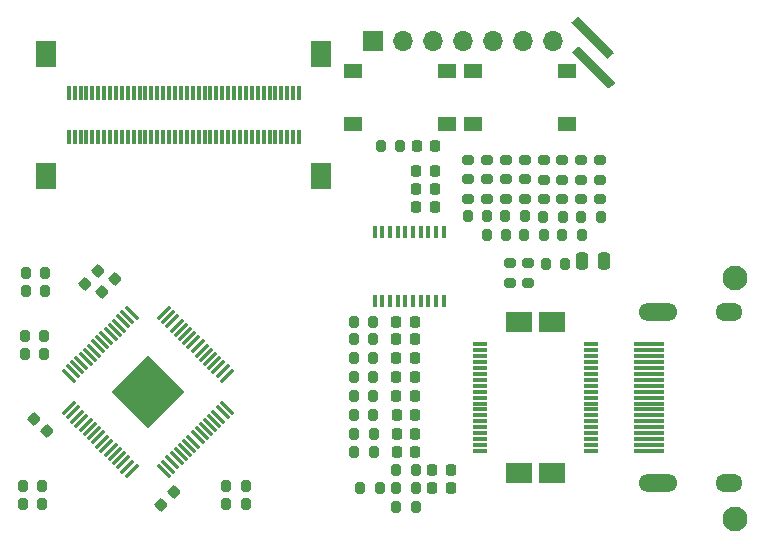
<source format=gbr>
%TF.GenerationSoftware,KiCad,Pcbnew,(6.0.7)*%
%TF.CreationDate,2022-10-26T00:08:39+02:00*%
%TF.ProjectId,TTL_to_HDMI,54544c5f-746f-45f4-9844-4d492e6b6963,rev?*%
%TF.SameCoordinates,Original*%
%TF.FileFunction,Soldermask,Top*%
%TF.FilePolarity,Negative*%
%FSLAX46Y46*%
G04 Gerber Fmt 4.6, Leading zero omitted, Abs format (unit mm)*
G04 Created by KiCad (PCBNEW (6.0.7)) date 2022-10-26 00:08:39*
%MOMM*%
%LPD*%
G01*
G04 APERTURE LIST*
G04 Aperture macros list*
%AMRoundRect*
0 Rectangle with rounded corners*
0 $1 Rounding radius*
0 $2 $3 $4 $5 $6 $7 $8 $9 X,Y pos of 4 corners*
0 Add a 4 corners polygon primitive as box body*
4,1,4,$2,$3,$4,$5,$6,$7,$8,$9,$2,$3,0*
0 Add four circle primitives for the rounded corners*
1,1,$1+$1,$2,$3*
1,1,$1+$1,$4,$5*
1,1,$1+$1,$6,$7*
1,1,$1+$1,$8,$9*
0 Add four rect primitives between the rounded corners*
20,1,$1+$1,$2,$3,$4,$5,0*
20,1,$1+$1,$4,$5,$6,$7,0*
20,1,$1+$1,$6,$7,$8,$9,0*
20,1,$1+$1,$8,$9,$2,$3,0*%
%AMRotRect*
0 Rectangle, with rotation*
0 The origin of the aperture is its center*
0 $1 length*
0 $2 width*
0 $3 Rotation angle, in degrees counterclockwise*
0 Add horizontal line*
21,1,$1,$2,0,0,$3*%
G04 Aperture macros list end*
%ADD10RoundRect,0.200000X-0.275000X0.200000X-0.275000X-0.200000X0.275000X-0.200000X0.275000X0.200000X0*%
%ADD11RoundRect,0.200000X-0.200000X-0.275000X0.200000X-0.275000X0.200000X0.275000X-0.200000X0.275000X0*%
%ADD12RoundRect,0.250000X0.250000X0.475000X-0.250000X0.475000X-0.250000X-0.475000X0.250000X-0.475000X0*%
%ADD13RoundRect,0.225000X-0.225000X-0.250000X0.225000X-0.250000X0.225000X0.250000X-0.225000X0.250000X0*%
%ADD14R,1.300000X0.300000*%
%ADD15R,2.200000X1.800000*%
%ADD16C,2.100000*%
%ADD17RoundRect,0.200000X0.200000X0.275000X-0.200000X0.275000X-0.200000X-0.275000X0.200000X-0.275000X0*%
%ADD18RoundRect,0.225000X0.225000X0.250000X-0.225000X0.250000X-0.225000X-0.250000X0.225000X-0.250000X0*%
%ADD19RoundRect,0.225000X0.017678X-0.335876X0.335876X-0.017678X-0.017678X0.335876X-0.335876X0.017678X0*%
%ADD20R,0.400000X1.000000*%
%ADD21R,0.300000X1.300000*%
%ADD22R,1.800000X2.200000*%
%ADD23R,1.550000X1.300000*%
%ADD24R,2.600000X0.300000*%
%ADD25O,3.300000X1.500000*%
%ADD26O,2.300000X1.500000*%
%ADD27RoundRect,0.225000X-0.017678X0.335876X-0.335876X0.017678X0.017678X-0.335876X0.335876X-0.017678X0*%
%ADD28RoundRect,0.225000X-0.335876X-0.017678X-0.017678X-0.335876X0.335876X0.017678X0.017678X0.335876X0*%
%ADD29R,1.700000X1.700000*%
%ADD30O,1.700000X1.700000*%
%ADD31RotRect,4.400000X4.400000X135.000000*%
%ADD32RotRect,1.500000X0.300000X315.000000*%
%ADD33RotRect,1.500000X0.300000X45.000000*%
G04 APERTURE END LIST*
D10*
%TO.C,R32*%
X115200000Y-86675000D03*
X115200000Y-88325000D03*
%TD*%
D11*
%TO.C,R3*%
X89925000Y-114200000D03*
X91575000Y-114200000D03*
%TD*%
D12*
%TO.C,D1*%
X121950000Y-93600000D03*
X120050000Y-93600000D03*
%TD*%
D13*
%TO.C,C14*%
X104350000Y-103450000D03*
X105900000Y-103450000D03*
%TD*%
D10*
%TO.C,R38*%
X116800000Y-86700000D03*
X116800000Y-88350000D03*
%TD*%
D14*
%TO.C,J6*%
X111434000Y-109656000D03*
X111434000Y-109156000D03*
X111434000Y-108656000D03*
X111434000Y-108156000D03*
X111434000Y-107656000D03*
X111434000Y-107156000D03*
X111434000Y-106656000D03*
X111434000Y-106156000D03*
X111434000Y-105656000D03*
X111434000Y-105156000D03*
X111434000Y-104656000D03*
X111434000Y-104156000D03*
X111434000Y-103656000D03*
X111434000Y-103156000D03*
X111434000Y-102656000D03*
X111434000Y-102156000D03*
X111434000Y-101656000D03*
X111434000Y-101156000D03*
X111434000Y-100656000D03*
D15*
X114684000Y-98756000D03*
X114684000Y-111556000D03*
%TD*%
D11*
%TO.C,R39*%
X116775000Y-89825000D03*
X118425000Y-89825000D03*
%TD*%
%TO.C,R22*%
X100750000Y-106650000D03*
X102400000Y-106650000D03*
%TD*%
D16*
%TO.C,*%
X133000000Y-115400000D03*
%TD*%
D13*
%TO.C,C15*%
X104356000Y-106650000D03*
X105906000Y-106650000D03*
%TD*%
D17*
%TO.C,R12*%
X74600000Y-94600000D03*
X72950000Y-94600000D03*
%TD*%
D11*
%TO.C,R19*%
X100744000Y-101800000D03*
X102394000Y-101800000D03*
%TD*%
%TO.C,R18*%
X100750000Y-100225000D03*
X102400000Y-100225000D03*
%TD*%
D10*
%TO.C,R16*%
X112000000Y-86675000D03*
X112000000Y-88325000D03*
%TD*%
D11*
%TO.C,R28*%
X104325000Y-114375000D03*
X105975000Y-114375000D03*
%TD*%
%TO.C,R6*%
X72725000Y-112675000D03*
X74375000Y-112675000D03*
%TD*%
D10*
%TO.C,R26*%
X113600000Y-85025000D03*
X113600000Y-86675000D03*
%TD*%
D18*
%TO.C,C18*%
X108925000Y-111250000D03*
X107375000Y-111250000D03*
%TD*%
D19*
%TO.C,C8*%
X84451992Y-114248008D03*
X85548008Y-113151992D03*
%TD*%
D18*
%TO.C,C2*%
X107650000Y-83875000D03*
X106100000Y-83875000D03*
%TD*%
D10*
%TO.C,R27*%
X113600000Y-86675000D03*
X113600000Y-88325000D03*
%TD*%
D17*
%TO.C,R5*%
X74375000Y-114200000D03*
X72725000Y-114200000D03*
%TD*%
D10*
%TO.C,R33*%
X113975000Y-93775000D03*
X113975000Y-95425000D03*
%TD*%
%TO.C,R8*%
X110380000Y-85025000D03*
X110380000Y-86675000D03*
%TD*%
D20*
%TO.C,U1*%
X108350000Y-91150000D03*
X107700000Y-91150000D03*
X107050000Y-91150000D03*
X106400000Y-91150000D03*
X105750000Y-91150000D03*
X105100000Y-91150000D03*
X104450000Y-91150000D03*
X103800000Y-91150000D03*
X103150000Y-91150000D03*
X102500000Y-91150000D03*
X102500000Y-96950000D03*
X103150000Y-96950000D03*
X103800000Y-96950000D03*
X104450000Y-96950000D03*
X105100000Y-96950000D03*
X105750000Y-96950000D03*
X106400000Y-96950000D03*
X107050000Y-96950000D03*
X107700000Y-96950000D03*
X108350000Y-96950000D03*
%TD*%
D11*
%TO.C,R4*%
X116975000Y-93800000D03*
X118625000Y-93800000D03*
%TD*%
D13*
%TO.C,C13*%
X104350000Y-100225000D03*
X105900000Y-100225000D03*
%TD*%
D11*
%TO.C,R14*%
X104325000Y-111250000D03*
X105975000Y-111250000D03*
%TD*%
%TO.C,R35*%
X104325000Y-112775000D03*
X105975000Y-112775000D03*
%TD*%
D16*
%TO.C,REF\u002A\u002A*%
X133000000Y-95000000D03*
%TD*%
D21*
%TO.C,J2*%
X76600000Y-83125000D03*
X77100000Y-83125000D03*
X77600000Y-83125000D03*
X78100000Y-83125000D03*
X78600000Y-83125000D03*
X79100000Y-83125000D03*
X79600000Y-83125000D03*
X80100000Y-83125000D03*
X80600000Y-83125000D03*
X81100000Y-83125000D03*
X81600000Y-83125000D03*
X82100000Y-83125000D03*
X82600000Y-83125000D03*
X83100000Y-83125000D03*
X83600000Y-83125000D03*
X84100000Y-83125000D03*
X84600000Y-83125000D03*
X85100000Y-83125000D03*
X85600000Y-83125000D03*
X86100000Y-83125000D03*
X86600000Y-83125000D03*
X87100000Y-83125000D03*
X87600000Y-83125000D03*
X88100000Y-83125000D03*
X88600000Y-83125000D03*
X89100000Y-83125000D03*
X89600000Y-83125000D03*
X90100000Y-83125000D03*
X90600000Y-83125000D03*
X91100000Y-83125000D03*
X91600000Y-83125000D03*
X92100000Y-83125000D03*
X92600000Y-83125000D03*
X93100000Y-83125000D03*
X93600000Y-83125000D03*
X94100000Y-83125000D03*
X94600000Y-83125000D03*
X95100000Y-83125000D03*
X95600000Y-83125000D03*
X96100000Y-83125000D03*
D22*
X98000000Y-86375000D03*
X74700000Y-86375000D03*
%TD*%
D10*
%TO.C,R31*%
X115200000Y-85025000D03*
X115200000Y-86675000D03*
%TD*%
D23*
%TO.C,SW2*%
X100673000Y-82006000D03*
X108623000Y-82006000D03*
X100673000Y-77506000D03*
X108623000Y-77506000D03*
%TD*%
D17*
%TO.C,R2*%
X91575000Y-112675000D03*
X89925000Y-112675000D03*
%TD*%
D10*
%TO.C,R46*%
X121600000Y-85050000D03*
X121600000Y-86700000D03*
%TD*%
D11*
%TO.C,R25*%
X111975000Y-91350000D03*
X113625000Y-91350000D03*
%TD*%
D10*
%TO.C,R34*%
X115500000Y-93775000D03*
X115500000Y-95425000D03*
%TD*%
%TO.C,R44*%
X120000000Y-86700000D03*
X120000000Y-88350000D03*
%TD*%
%TO.C,R9*%
X110380000Y-86675000D03*
X110380000Y-88325000D03*
%TD*%
D11*
%TO.C,R13*%
X72875000Y-99900000D03*
X74525000Y-99900000D03*
%TD*%
D13*
%TO.C,C4*%
X106025000Y-89025000D03*
X107575000Y-89025000D03*
%TD*%
D11*
%TO.C,R20*%
X100744000Y-103450000D03*
X102394000Y-103450000D03*
%TD*%
%TO.C,R30*%
X113575000Y-89800000D03*
X115225000Y-89800000D03*
%TD*%
%TO.C,R1*%
X103025000Y-83875000D03*
X104675000Y-83875000D03*
%TD*%
D24*
%TO.C,J4*%
X125747000Y-100656000D03*
X125747000Y-101156000D03*
X125747000Y-101656000D03*
X125747000Y-102156000D03*
X125747000Y-102656000D03*
X125747000Y-103156000D03*
X125747000Y-103656000D03*
X125747000Y-104156000D03*
X125747000Y-104656000D03*
X125747000Y-105156000D03*
X125747000Y-105656000D03*
X125747000Y-106156000D03*
X125747000Y-106656000D03*
X125747000Y-107156000D03*
X125747000Y-107656000D03*
X125747000Y-108156000D03*
X125747000Y-108656000D03*
X125747000Y-109156000D03*
X125747000Y-109656000D03*
D25*
X126507000Y-97906000D03*
X126507000Y-112406000D03*
D26*
X132467000Y-97906000D03*
X132467000Y-112406000D03*
%TD*%
D27*
%TO.C,C7*%
X80548008Y-95101992D03*
X79451992Y-96198008D03*
%TD*%
D13*
%TO.C,C9*%
X104350000Y-98750000D03*
X105900000Y-98750000D03*
%TD*%
D10*
%TO.C,R37*%
X116800000Y-85050000D03*
X116800000Y-86700000D03*
%TD*%
D11*
%TO.C,R17*%
X100750000Y-98750000D03*
X102400000Y-98750000D03*
%TD*%
D14*
%TO.C,J5*%
X120783000Y-100656000D03*
X120783000Y-101156000D03*
X120783000Y-101656000D03*
X120783000Y-102156000D03*
X120783000Y-102656000D03*
X120783000Y-103156000D03*
X120783000Y-103656000D03*
X120783000Y-104156000D03*
X120783000Y-104656000D03*
X120783000Y-105156000D03*
X120783000Y-105656000D03*
X120783000Y-106156000D03*
X120783000Y-106656000D03*
X120783000Y-107156000D03*
X120783000Y-107656000D03*
X120783000Y-108156000D03*
X120783000Y-108656000D03*
X120783000Y-109156000D03*
X120783000Y-109656000D03*
D15*
X117533000Y-111556000D03*
X117533000Y-98756000D03*
%TD*%
D13*
%TO.C,C1*%
X106025000Y-85975000D03*
X107575000Y-85975000D03*
%TD*%
D28*
%TO.C,C6*%
X73676992Y-106926992D03*
X74773008Y-108023008D03*
%TD*%
D29*
%TO.C,J3*%
X102400000Y-75000000D03*
D30*
X104940000Y-75000000D03*
X107480000Y-75000000D03*
X110020000Y-75000000D03*
X112560000Y-75000000D03*
X115100000Y-75000000D03*
X117640000Y-75000000D03*
%TD*%
D23*
%TO.C,SW1*%
X118783000Y-82006000D03*
X110833000Y-82006000D03*
X118783000Y-77506000D03*
X110833000Y-77506000D03*
%TD*%
D11*
%TO.C,R23*%
X100775000Y-108204000D03*
X102425000Y-108204000D03*
%TD*%
D21*
%TO.C,J1*%
X96100000Y-79325000D03*
X95600000Y-79325000D03*
X95100000Y-79325000D03*
X94600000Y-79325000D03*
X94100000Y-79325000D03*
X93600000Y-79325000D03*
X93100000Y-79325000D03*
X92600000Y-79325000D03*
X92100000Y-79325000D03*
X91600000Y-79325000D03*
X91100000Y-79325000D03*
X90600000Y-79325000D03*
X90100000Y-79325000D03*
X89600000Y-79325000D03*
X89100000Y-79325000D03*
X88600000Y-79325000D03*
X88100000Y-79325000D03*
X87600000Y-79325000D03*
X87100000Y-79325000D03*
X86600000Y-79325000D03*
X86100000Y-79325000D03*
X85600000Y-79325000D03*
X85100000Y-79325000D03*
X84600000Y-79325000D03*
X84100000Y-79325000D03*
X83600000Y-79325000D03*
X83100000Y-79325000D03*
X82600000Y-79325000D03*
X82100000Y-79325000D03*
X81600000Y-79325000D03*
X81100000Y-79325000D03*
X80600000Y-79325000D03*
X80100000Y-79325000D03*
X79600000Y-79325000D03*
X79100000Y-79325000D03*
X78600000Y-79325000D03*
X78100000Y-79325000D03*
X77600000Y-79325000D03*
X77100000Y-79325000D03*
X76600000Y-79325000D03*
D22*
X98000000Y-76075000D03*
X74700000Y-76075000D03*
%TD*%
D18*
%TO.C,C17*%
X108925000Y-112775000D03*
X107375000Y-112775000D03*
%TD*%
D13*
%TO.C,C11*%
X104350000Y-105000000D03*
X105900000Y-105000000D03*
%TD*%
D10*
%TO.C,R43*%
X120000000Y-85050000D03*
X120000000Y-86700000D03*
%TD*%
D13*
%TO.C,C16*%
X104381000Y-109800000D03*
X105931000Y-109800000D03*
%TD*%
D11*
%TO.C,R29*%
X101300000Y-112775000D03*
X102950000Y-112775000D03*
%TD*%
D13*
%TO.C,C10*%
X104350000Y-101800000D03*
X105900000Y-101800000D03*
%TD*%
D11*
%TO.C,R45*%
X119975000Y-89825000D03*
X121625000Y-89825000D03*
%TD*%
%TO.C,R11*%
X72950000Y-96150000D03*
X74600000Y-96150000D03*
%TD*%
%TO.C,R7*%
X72875000Y-101425000D03*
X74525000Y-101425000D03*
%TD*%
D13*
%TO.C,C12*%
X104381000Y-108204000D03*
X105931000Y-108204000D03*
%TD*%
D11*
%TO.C,R21*%
X100750000Y-105000000D03*
X102400000Y-105000000D03*
%TD*%
D27*
%TO.C,C5*%
X79048008Y-94451992D03*
X77951992Y-95548008D03*
%TD*%
D31*
%TO.C,U2*%
X83296000Y-104673000D03*
D32*
X81917142Y-97990841D03*
X81563588Y-98344394D03*
X81210035Y-98697948D03*
X80856482Y-99051501D03*
X80502928Y-99405054D03*
X80149375Y-99758608D03*
X79795821Y-100112161D03*
X79442268Y-100465715D03*
X79088715Y-100819268D03*
X78735161Y-101172821D03*
X78381608Y-101526375D03*
X78028054Y-101879928D03*
X77674501Y-102233482D03*
X77320948Y-102587035D03*
X76967394Y-102940588D03*
X76613841Y-103294142D03*
D33*
X76613841Y-106051858D03*
X76967394Y-106405412D03*
X77320948Y-106758965D03*
X77674501Y-107112518D03*
X78028054Y-107466072D03*
X78381608Y-107819625D03*
X78735161Y-108173179D03*
X79088715Y-108526732D03*
X79442268Y-108880285D03*
X79795821Y-109233839D03*
X80149375Y-109587392D03*
X80502928Y-109940946D03*
X80856482Y-110294499D03*
X81210035Y-110648052D03*
X81563588Y-111001606D03*
X81917142Y-111355159D03*
D32*
X84674858Y-111355159D03*
X85028412Y-111001606D03*
X85381965Y-110648052D03*
X85735518Y-110294499D03*
X86089072Y-109940946D03*
X86442625Y-109587392D03*
X86796179Y-109233839D03*
X87149732Y-108880285D03*
X87503285Y-108526732D03*
X87856839Y-108173179D03*
X88210392Y-107819625D03*
X88563946Y-107466072D03*
X88917499Y-107112518D03*
X89271052Y-106758965D03*
X89624606Y-106405412D03*
X89978159Y-106051858D03*
D33*
X89978159Y-103294142D03*
X89624606Y-102940588D03*
X89271052Y-102587035D03*
X88917499Y-102233482D03*
X88563946Y-101879928D03*
X88210392Y-101526375D03*
X87856839Y-101172821D03*
X87503285Y-100819268D03*
X87149732Y-100465715D03*
X86796179Y-100112161D03*
X86442625Y-99758608D03*
X86089072Y-99405054D03*
X85735518Y-99051501D03*
X85381965Y-98697948D03*
X85028412Y-98344394D03*
X84674858Y-97990841D03*
%TD*%
D10*
%TO.C,R41*%
X118400000Y-86700000D03*
X118400000Y-88350000D03*
%TD*%
D11*
%TO.C,R42*%
X118375000Y-91350000D03*
X120025000Y-91350000D03*
%TD*%
%TO.C,R10*%
X110375000Y-89800000D03*
X112025000Y-89800000D03*
%TD*%
%TO.C,R36*%
X115175000Y-91350000D03*
X116825000Y-91350000D03*
%TD*%
%TO.C,R24*%
X100775000Y-109800000D03*
X102425000Y-109800000D03*
%TD*%
D10*
%TO.C,R15*%
X112000000Y-85025000D03*
X112000000Y-86675000D03*
%TD*%
D13*
%TO.C,C3*%
X106025000Y-87500000D03*
X107575000Y-87500000D03*
%TD*%
D10*
%TO.C,R47*%
X121600000Y-86700000D03*
X121600000Y-88350000D03*
%TD*%
%TO.C,R40*%
X118400000Y-85050000D03*
X118400000Y-86700000D03*
%TD*%
G36*
X119746671Y-72950154D02*
G01*
X119763928Y-72963928D01*
X122723344Y-75923344D01*
X122751121Y-75977861D01*
X122741550Y-76038293D01*
X122716718Y-76069402D01*
X122269454Y-76442122D01*
X122212647Y-76464850D01*
X122153329Y-76449846D01*
X122136072Y-76436072D01*
X119176656Y-73476656D01*
X119148879Y-73422139D01*
X119158450Y-73361707D01*
X119183282Y-73330598D01*
X119630546Y-72957878D01*
X119687353Y-72935150D01*
X119746671Y-72950154D01*
G37*
G36*
X119846671Y-75450154D02*
G01*
X119863928Y-75463928D01*
X122823344Y-78423344D01*
X122851121Y-78477861D01*
X122841550Y-78538293D01*
X122816718Y-78569402D01*
X122369454Y-78942122D01*
X122312647Y-78964850D01*
X122253329Y-78949846D01*
X122236072Y-78936072D01*
X119276656Y-75976656D01*
X119248879Y-75922139D01*
X119258450Y-75861707D01*
X119283282Y-75830598D01*
X119730546Y-75457878D01*
X119787353Y-75435150D01*
X119846671Y-75450154D01*
G37*
M02*

</source>
